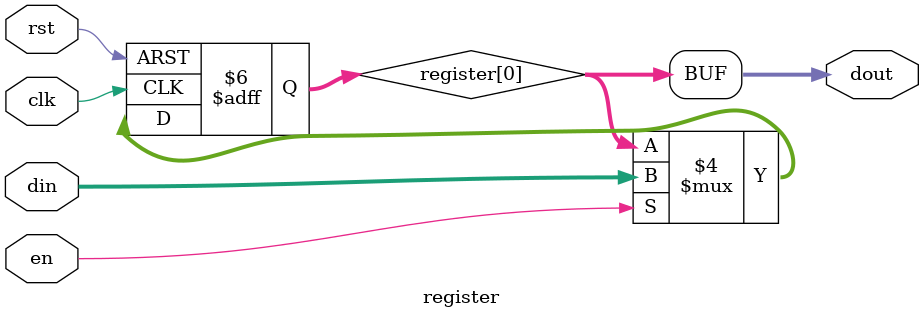
<source format=v>
module register(din, clk, en, rst, dout);
parameter N = 32;
parameter MEM_INIT_FILE = "";
parameter DIR = 0;
input clk, en, rst;
input [N-1:0] din;
output [N-1:0] dout;

reg [N-1:0] register [DIR:DIR];

initial begin
  if (MEM_INIT_FILE != "") begin
    $readmemh(MEM_INIT_FILE, register, DIR, DIR);
  end
end

always @ (posedge clk or negedge rst) begin
  if (!rst)    register[DIR] <= 1'd0;
  else if (en) register[DIR] <= din;
end

assign dout = register[DIR];

endmodule

</source>
